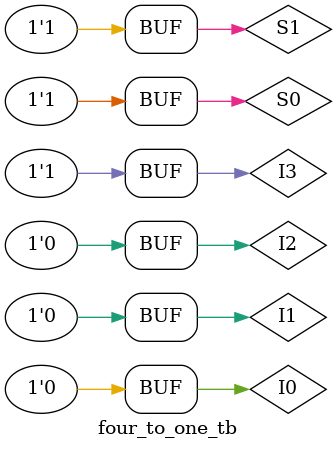
<source format=v>
module four_to_one(I0,I1,I2,I3,S0,S1,Y);
input I0,I1,I2,I3,S0,S1;
output Y;
assign Y=((~S0)&(~S1)&I0)|((~S0)&(S1)&I1)|((S0)&(~S1)&I2)|((S0)&(S1)&I3);
endmodule
module four_to_one_tb;
reg S0,S1,I0,I1,I2,I3;
wire Y;
four_to_one f1(I0,I1,I2,I3,S0,S1,Y);
initial begin
    S0 =0; S1 =0; I0 =0; I1 =0; I2 =0; I3 =0;
    $monitor ("Time:%f, S0:%b S1:%b I0:%b I1:%b I2:%b I3:%b Y:%b",$time, S0, S1, I0, I1, I2, I3, Y);
    #5 S0 =0; S1 =0; I0 =0; I1 =0; I2 =0; I3 =0;
    #5 S0 =0; S1 =0; I0 =1; I1 =0; I2 =0; I3 =0;
    #5 S0 =0; S1 =1; I0 =0; I1 =0; I2 =0; I3 =0;
    #5 S0 =0; S1 =1; I0 =0; I1 =1; I2 =0; I3 =0;
    #5 S0 =1; S1 =0; I0 =0; I1 =0; I2 =0; I3 =0;
    #5 S0 =1; S1 =0; I0 =0; I1 =0; I2 =1; I3 =0;
    #5 S0 =1; S1 =1; I0 =0; I1 =0; I2 =0; I3 =0;
    #5 S0 =1; S1 =1; I0 =0; I1 =0; I2 =0; I3 =1;
end
endmodule
</source>
